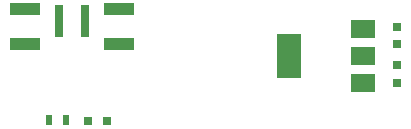
<source format=gbr>
G04 #@! TF.GenerationSoftware,KiCad,Pcbnew,(5.0.0)*
G04 #@! TF.CreationDate,2018-12-13T14:05:28+00:00*
G04 #@! TF.ProjectId,GiveMePower,476976654D65506F7765722E6B696361,rev?*
G04 #@! TF.SameCoordinates,Original*
G04 #@! TF.FileFunction,Paste,Top*
G04 #@! TF.FilePolarity,Positive*
%FSLAX46Y46*%
G04 Gerber Fmt 4.6, Leading zero omitted, Abs format (unit mm)*
G04 Created by KiCad (PCBNEW (5.0.0)) date 12/13/18 14:05:28*
%MOMM*%
%LPD*%
G01*
G04 APERTURE LIST*
%ADD10R,0.750000X0.800000*%
%ADD11R,2.500000X1.000000*%
%ADD12R,0.800000X0.800000*%
%ADD13R,0.800000X2.700000*%
%ADD14R,0.500000X0.900000*%
%ADD15R,2.000000X1.500000*%
%ADD16R,2.000000X3.800000*%
G04 APERTURE END LIST*
D10*
G04 #@! TO.C,C1*
X145000000Y-120000000D03*
X145000000Y-118500000D03*
G04 #@! TD*
D11*
G04 #@! TO.C,C3*
X121500000Y-117000000D03*
X121500000Y-120000000D03*
G04 #@! TD*
G04 #@! TO.C,C2*
X113500000Y-117000000D03*
X113500000Y-120000000D03*
G04 #@! TD*
D12*
G04 #@! TO.C,D1*
X120500000Y-126500000D03*
X118900000Y-126500000D03*
G04 #@! TD*
D13*
G04 #@! TO.C,L2*
X116400000Y-118000000D03*
X118600000Y-118000000D03*
G04 #@! TD*
D14*
G04 #@! TO.C,R1*
X117050000Y-126400000D03*
X115550000Y-126400000D03*
G04 #@! TD*
D10*
G04 #@! TO.C,C4*
X145000000Y-123250000D03*
X145000000Y-121750000D03*
G04 #@! TD*
D15*
G04 #@! TO.C,U1*
X142150000Y-123300000D03*
X142150000Y-118700000D03*
X142150000Y-121000000D03*
D16*
X135850000Y-121000000D03*
G04 #@! TD*
M02*

</source>
